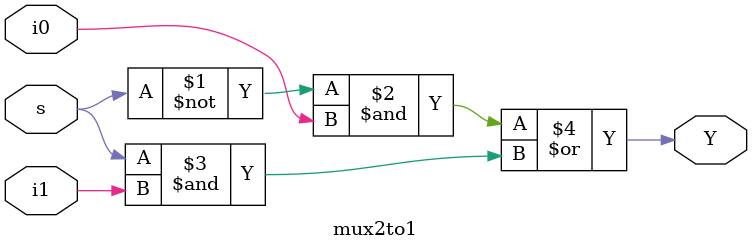
<source format=v>
module mux4to1 (S0,S1,I0,I1,I2,I3,Y);/////top
    input S0,S1,I0,I1,I2,I3;
    output Y;

    wire x1,x2;
    mux2to1 m1(x1,S0,I0,I1);
    mux2to1 m2(x2,S0,I2,I3);
    mux2to1 m3(Y,S1,x1,x2);

endmodule
///////sub
module mux2to1(Y,s,i0,i1);
    input s,i0,i1;
    output Y;
    assign Y = ((~s)&i0) | (s&i1);
endmodule
</source>
